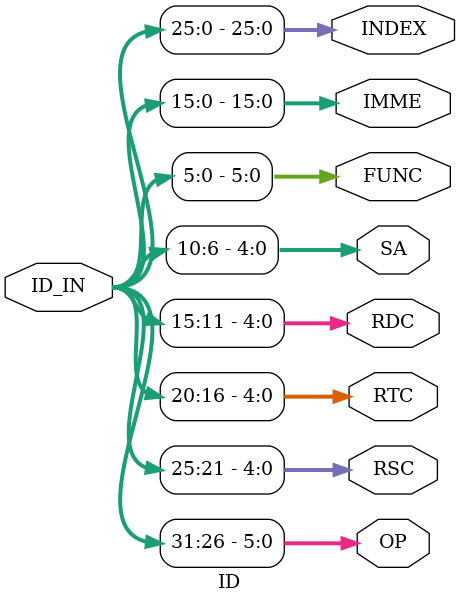
<source format=v>
`timescale 1ns / 1ps
module ID
(
    ID_IN, 
    OP, 
    RSC, 
    RTC, 
    RDC, 
    SA, 
    FUNC, 
    IMME, 
    INDEX
);
	input [31:0]ID_IN;

	output [5:0]OP;
	output [4:0]RSC;
	output [4:0]RTC;
	output [4:0]RDC;
	output [4:0]SA;
	output [5:0]FUNC;
	output [15:0]IMME;
	output [25:0]INDEX;

	assign OP    = ID_IN[31:26];
	assign RSC   = ID_IN[25:21];
	assign RTC   = ID_IN[20:16];
	assign RDC   = ID_IN[15:11];
	assign SA    = ID_IN[10:6];
	assign FUNC  = ID_IN[5:0];
	assign IMME  = ID_IN[15:0];
	assign INDEX = ID_IN[25:0];
endmodule
</source>
